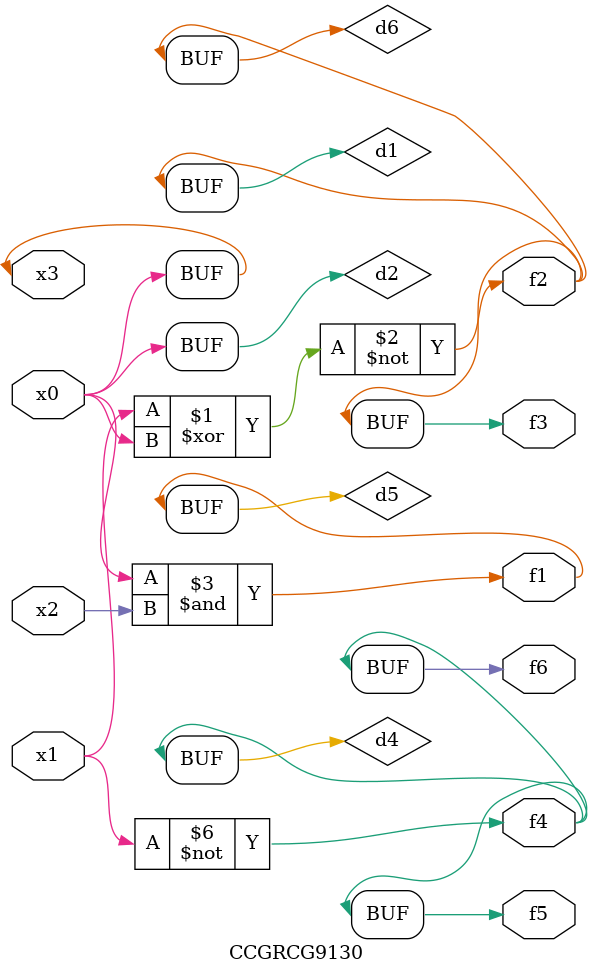
<source format=v>
module CCGRCG9130(
	input x0, x1, x2, x3,
	output f1, f2, f3, f4, f5, f6
);

	wire d1, d2, d3, d4, d5, d6;

	xnor (d1, x1, x3);
	buf (d2, x0, x3);
	nand (d3, x0, x2);
	not (d4, x1);
	nand (d5, d3);
	or (d6, d1);
	assign f1 = d5;
	assign f2 = d6;
	assign f3 = d6;
	assign f4 = d4;
	assign f5 = d4;
	assign f6 = d4;
endmodule

</source>
